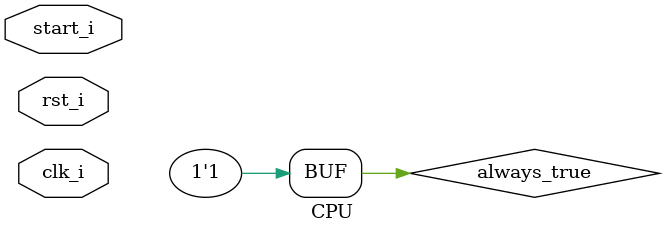
<source format=v>
module CPU( clk_i,  rst_i, start_i);

// Ports
input               clk_i;
input               rst_i;
input               start_i;

wire [31:0] inst_addr, inst; // where the instruction is (PC) + the actual instruction
wire meh1, meh2, meh3, meh4, always_true; // doesn't actually do anything
wire [9:0] funct;

wire [6:0] fseven;
wire [2:0] fthree;


assign always_true = 1'b1;

// HOW DO YOU DO THIS
Control Control(
    .Op_i       (inst[6:0]),
    .RegDst_o   (meh2), // doesn't matter
    .ALUOp_o    (/*ALU_Control.ALUOp_i*/), // the 5th and 4th bits
    .ALUSrc_o   (meh3), // doesn't matter
    .RegWrite_o (always_true)  // always 1
);


// move the PC; DONE
Adder Add_PC(
    .data1_in   (inst_addr),
    .data2_in   (32'd4),
    .data_o     (PC.pc_i)
);

// does... something; correct
PC PC(
    .clk_i      (clk_i),
    .rst_i      (rst_i),
    .start_i    (start_i),
    .pc_i       (Add_PC.data_o),
    .pc_o       (inst_addr)
);

// fetches the instruction; correct
Instruction_Memory Instruction_Memory(
    .addr_i     (inst_addr), 
    .instr_o    (inst)
);

// does registery stuff
Registers Registers(
    .clk_i      (clk_i),
    .RSaddr_i   (inst[19:15]),
    .RTaddr_i   (inst[24:20]),
    .RDaddr_i   (inst[11:7]), 
    .RDdata_i   (ALU.data_o),
    .RegWrite_i (Control.RegWrite_o), 
    .RSdata_o   (/*ALU.data1_i*/), 
    .RTdata_o   (/*ALU.data2_i*/) 
);

/* we don't need this??
MUX5 MUX_RegDst(
    .data1_i    (),
    .data2_i    (),
    .select_i   (),
    .data_o     ()
);
*/

MUX32 MUX_ALUSrc(
    .data1_i    (Registers.RTdata_o),
    .data2_i    (Sign_Extend.data_o),
    .select_i   (Control.ALUSrc_o),
    .data_o     (/*ALU.data_o*/)
);


// DONE
Sign_Extend Sign_Extend(
    .data_i     (inst),
    .data_o     (/*MUX_ALUSrc.data2_i*/)
);

  

ALU ALU(
    .data1_i    (Registers.RSdata_o),
    .data2_i    (MUX_ALUSrc.data_o),
    .ALUCtrl_i  (ALU_Control.ALUCtrl_o),
    .data_o     (/*Registers.RDdata_i*/),
    .Zero_o     (meh1)
);


// funct7, funct3
assign fseven = inst[31:25];
assign fthree = inst[15:12];
assign funct = {fseven,fthree};

ALU_Control ALU_Control( // correct
    .funct_i    (funct),
    .ALUOp_i    (Control.ALUOp_o),
    .ALUCtrl_o  (ALU.ALUCtrl_i)
);


endmodule


</source>
